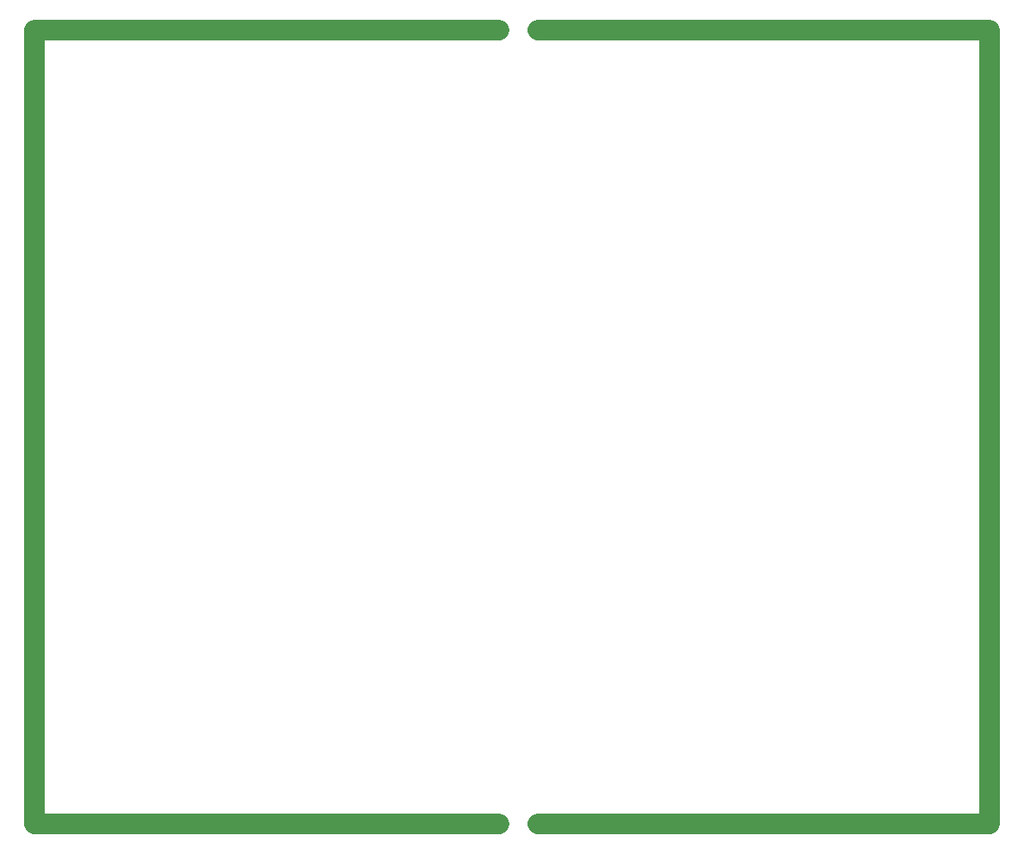
<source format=gbr>
G04                                                                  *
G04 SOURCE        : LAYO1 PCB.EXE VERSION 10                         *
G04 FORMAT        : GERBER RS-274X, Inch, 2.4, Leading Zero          *
G04 TITLE         : CNC3018SWITCHER_DRILL DRAWING                    *
G04 TIME          : Thursday, May 11, 2023  21:45:25                 *
G04                                                                  *
G04 Board width   : 120.000 mm. =  4.7244 inch                       *
G04 Board height  : 100.000 mm. =  3.9370 inch                       *
G04 Board offset  :   0.000 mm. =  0.0000 inch                       *
G04 Board offset  :   0.000 mm. =  0.0000 inch                       *
G04                                                                  *
G04 Apertures:                                                       *
G04       Type          X       Y             X       Y        Used  *
G04                      Inches                Metric                *
G04 D10   Draw        0.0787  0.0787        2.000   2.000         8  *
G04                                                                  *
%FSLAX24Y24*
MOIN*
SFA1.0B1.0*%
%ADD10C,0.0787*%
%LNDrill drawing*%
G54D10*
X023000Y035370D02*
X005000Y035370D01*
X005000Y004620D01*
X023000Y004620D01*
X024500Y004620D02*
X042000Y004620D01*
X042000Y035370D01*
X024500Y035370D01*
M02*

</source>
